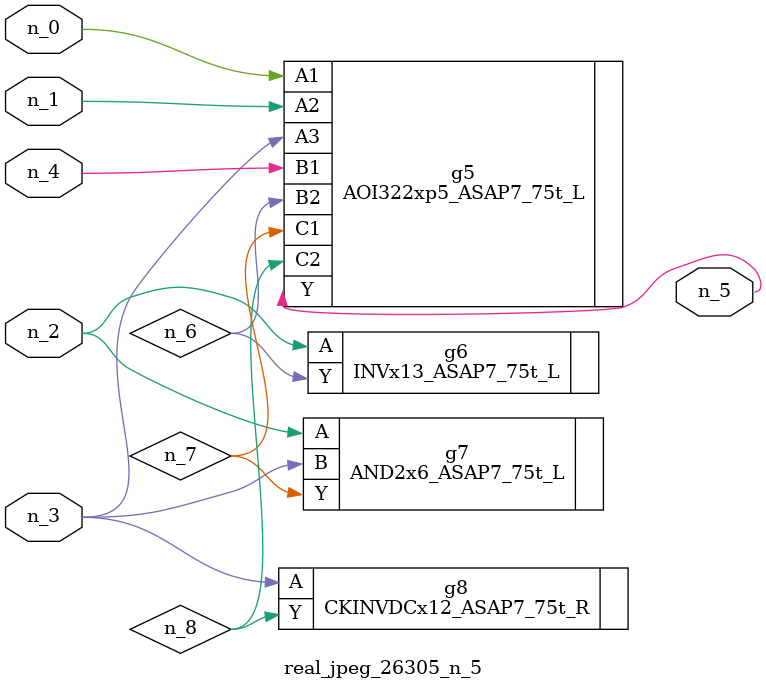
<source format=v>
module real_jpeg_26305_n_5 (n_4, n_0, n_1, n_2, n_3, n_5);

input n_4;
input n_0;
input n_1;
input n_2;
input n_3;

output n_5;

wire n_8;
wire n_6;
wire n_7;

AOI322xp5_ASAP7_75t_L g5 ( 
.A1(n_0),
.A2(n_1),
.A3(n_3),
.B1(n_4),
.B2(n_6),
.C1(n_7),
.C2(n_8),
.Y(n_5)
);

INVx13_ASAP7_75t_L g6 ( 
.A(n_2),
.Y(n_6)
);

AND2x6_ASAP7_75t_L g7 ( 
.A(n_2),
.B(n_3),
.Y(n_7)
);

CKINVDCx12_ASAP7_75t_R g8 ( 
.A(n_3),
.Y(n_8)
);


endmodule
</source>
